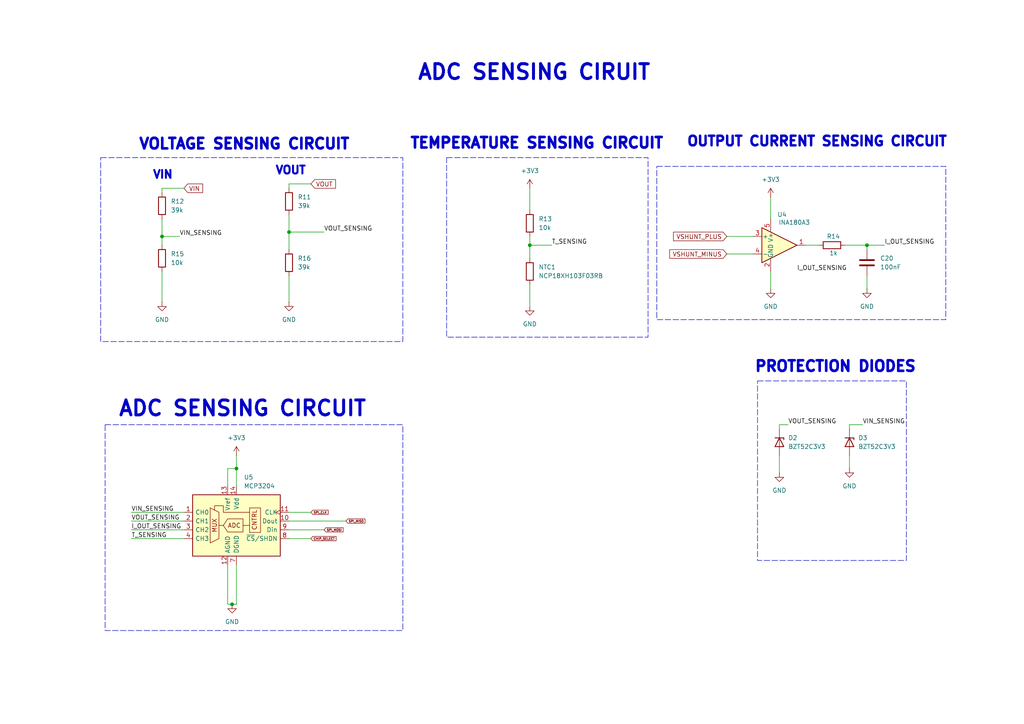
<source format=kicad_sch>
(kicad_sch (version 20250114) (generator "eeschema") (generator_version "9.0")
  (paper "A4")
  (title_block (title "ADC SENSING CIRCUIT"))
  (lib_symbols
    (symbol "Amplifier_Current:INA180A3" (pin_names (offset 0.127))
      (property "Reference" "U" (at 3.81 3.81 0))
      (property "Value" "INA180A3" (at 3.81 -2.54 0))
      (symbol "INA180A3_0_1"
        (polyline (pts (xy 5.08 0) (xy -5.08 5.08) (xy -5.08 -5.08) (xy 5.08 0)) (stroke (width 0.254)) (fill (type background)))
      )
      (symbol "INA180A3_1_1"
        (pin input line (at -7.62 2.54 0) (length 2.54) (name "+") (number "3"))
        (pin input line (at -7.62 -2.54 0) (length 2.54) (name "-") (number "4"))
        (pin power_in line (at -2.54 7.62 270) (length 3.81) (name "V+") (number "5"))
        (pin power_in line (at -2.54 -7.62 90) (length 3.81) (name "GND") (number "2"))
        (pin output line (at 7.62 0 180) (length 2.54) (name "~") (number "1"))
      )
    )
    (symbol "Analog_ADC:MCP3204" (pin_names (offset 0.762))
      (property "Reference" "U" (at -5.08 10.795 0))
      (property "Value" "MCP3204" (at -5.08 8.89 0))
      (symbol "MCP3204_0_0"
        (text "MUX" (at -6.35 -1.27 900) (effects (font (size 1.27 1.27))))
        (text "ADC" (at -0.635 -1.27 0) (effects (font (size 1.27 1.27))))
        (text "CNTRL" (at 5.969 -2.667 900) (effects (font (size 1.27 1.27)) (justify left bottom)))
      )
      (symbol "MCP3204_0_1"
        (polyline (pts (xy -7.62 3.81) (xy -7.62 -6.35) (xy -5.08 -5.08) (xy -5.08 2.54) (xy -7.62 3.81)))
        (polyline (pts (xy -5.08 -1.27) (xy -3.81 -1.27)))
        (polyline (pts (xy -3.81 -1.27) (xy -2.54 0.635) (xy 1.905 0.635) (xy 1.905 -3.175) (xy -2.54 -3.175) (xy -3.81 -1.27)))
        (polyline (pts (xy 1.905 -1.27) (xy 3.81 -1.27)))
        (polyline (pts (xy 3.81 2.54) (xy -3.81 2.54) (xy -3.81 4.445) (xy -6.35 4.445) (xy -6.35 3.175)))
        (rectangle (start 3.81 -3.302) (end 6.985 3.81))
        (rectangle (start 12.7 7.62) (end -12.7 -10.16) (stroke (width 0.254)) (fill (type background)))
      )
      (symbol "MCP3204_1_1"
        (pin input line (at -15.24 2.54 0) (length 2.54) (name "CH0") (number "1"))
        (pin input line (at -15.24 0 0) (length 2.54) (name "CH1") (number "2"))
        (pin input line (at -15.24 -2.54 0) (length 2.54) (name "CH2") (number "3"))
        (pin input line (at -15.24 -5.08 0) (length 2.54) (name "CH3") (number "4"))
        (pin no_connect line (at -10.16 -10.16 90) (length 2.54) (hide yes) (name "NC") (number "5"))
        (pin no_connect line (at -7.62 -10.16 90) (length 2.54) (hide yes) (name "NC") (number "6"))
        (pin power_in line (at -2.54 10.16 270) (length 2.54) (name "Vref") (number "13"))
        (pin power_in line (at -2.54 -12.7 90) (length 2.54) (name "AGND") (number "12"))
        (pin power_in line (at 0 10.16 270) (length 2.54) (name "Vdd") (number "14"))
        (pin power_in line (at 0 -12.7 90) (length 2.54) (name "DGND") (number "7"))
        (pin input clock (at 15.24 2.54 180) (length 2.54) (name "CLK") (number "11"))
        (pin output line (at 15.24 0 180) (length 2.54) (name "Dout") (number "10"))
        (pin input line (at 15.24 -2.54 180) (length 2.54) (name "Din") (number "9"))
        (pin input line (at 15.24 -5.08 180) (length 2.54) (name "~{CS}/SHDN") (number "8"))
      )
    )
    (symbol "Device:C" (pin_numbers (hide yes)) (pin_names (offset 0.254))
      (property "Reference" "C" (at 0.635 2.54 0))
      (property "Value" "C" (at 0.635 -2.54 0))
      (symbol "C_0_1"
        (polyline (pts (xy -2.032 0.762) (xy 2.032 0.762)) (stroke (width 0.508)))
        (polyline (pts (xy -2.032 -0.762) (xy 2.032 -0.762)) (stroke (width 0.508)))
      )
      (symbol "C_1_1"
        (pin passive line (at 0 3.81 270) (length 2.794) (name "~") (number "1"))
        (pin passive line (at 0 -3.81 90) (length 2.794) (name "~") (number "2"))
      )
    )
    (symbol "Device:R" (pin_numbers (hide yes)) (pin_names (offset 0))
      (property "Reference" "R" (at 2.032 0 90))
      (property "Value" "R" (at 0 0 90))
      (symbol "R_0_1"
        (rectangle (start -1.016 -2.54) (end 1.016 2.54) (stroke (width 0.254)))
      )
      (symbol "R_1_1"
        (pin passive line (at 0 3.81 270) (length 1.27) (name "~") (number "1"))
        (pin passive line (at 0 -3.81 90) (length 1.27) (name "~") (number "2"))
      )
    )
    (symbol "Diode:BZT52Bxx" (pin_numbers (hide yes)) (pin_names (hide yes))
      (property "Reference" "D" (at 0 2.54 0))
      (property "Value" "BZT52Bxx" (at 0 -2.54 0))
      (symbol "BZT52Bxx_0_1"
        (polyline (pts (xy -1.27 -1.27) (xy -1.27 1.27) (xy -0.762 1.27)) (stroke (width 0.254)))
        (polyline (pts (xy 1.27 0) (xy -1.27 0)))
        (polyline (pts (xy 1.27 -1.27) (xy 1.27 1.27) (xy -1.27 0) (xy 1.27 -1.27)) (stroke (width 0.254)))
      )
      (symbol "BZT52Bxx_1_1"
        (pin passive line (at -3.81 0 0) (length 2.54) (name "K") (number "1"))
        (pin passive line (at 3.81 0 180) (length 2.54) (name "A") (number "2"))
      )
    )
    (symbol "power:+3V3" (power) (pin_numbers (hide yes)) (pin_names (offset 0) (hide yes))
      (property "Value" "+3V3" (at 0 3.556 0))
      (symbol "+3V3_0_1"
        (polyline (pts (xy -0.762 1.27) (xy 0 2.54)))
        (polyline (pts (xy 0 2.54) (xy 0.762 1.27)))
        (polyline (pts (xy 0 0) (xy 0 2.54)))
      )
      (symbol "+3V3_1_1"
        (pin power_in line (at 0 0 90) (length 0) (name "~") (number "1"))
      )
    )
    (symbol "power:GND" (power) (pin_numbers (hide yes)) (pin_names (offset 0) (hide yes))
      (property "Value" "GND" (at 0 -3.81 0))
      (symbol "GND_0_1"
        (polyline (pts (xy 0 0) (xy 0 -1.27) (xy 1.27 -1.27) (xy 0 -2.54) (xy -1.27 -1.27) (xy 0 -1.27)))
      )
      (symbol "GND_1_1"
        (pin power_in line (at 0 0 270) (length 0) (name "~") (number "1"))
      )
    )
  )
  (rectangle (start 30.48 123.19) (end 116.84 182.88) (stroke (width 0) (type dash)))
  (rectangle (start 219.71 110.49) (end 262.89 162.56) (stroke (width 0) (type dash)))
  (rectangle (start 190.5 48.26) (end 274.32 92.71) (stroke (width 0) (type dash)))
  (rectangle (start 129.54 45.72) (end 187.96 97.79) (stroke (width 0) (type dash)))
  (rectangle (start 29.21 45.72) (end 116.84 99.06) (stroke (width 0) (type dash)))
  (text "ADC SENSING CIRCUIT\n" (at 70.358 118.618 0) (effects (font (size 4.318 4.318) (thickness 0.8636) (bold yes))))
  (text "VOLTAGE SENSING CIRCUIT\n" (at 70.866 41.91 0) (effects (font (size 3.048 3.048) (thickness 0.8636) (bold yes))))
  (text "VIN" (at 47.244 50.8 0) (effects (font (size 2.286 2.286) (thickness 0.8636) (bold yes))))
  (text "TEMPERATURE SENSING CIRCUIT\n" (at 155.702 41.656 0) (effects (font (size 3.048 3.048) (thickness 0.8636) (bold yes))))
  (text "PROTECTION DIODES\n" (at 242.316 106.426 0) (effects (font (size 3.048 3.048) (thickness 0.8636) (bold yes))))
  (text "VOUT\n" (at 84.328 49.53 0) (effects (font (size 2.286 2.286) (thickness 0.8636) (bold yes))))
  (text "OUTPUT CURRENT SENSING CIRCUIT\n" (at 236.982 41.148 0) (effects (font (size 2.794 2.794) (thickness 0.8636) (bold yes))))
  (text "ADC SENSING CIRUIT\n" (at 154.94 21.082 0) (effects (font (size 4.318 4.318) (thickness 0.8636) (bold yes))))
  (junction (at 67.31 175.26))
  (junction (at 83.82 67.31))
  (junction (at 251.46 71.12))
  (junction (at 46.99 68.58))
  (junction (at 153.67 71.12))
  (junction (at 68.58 135.89))
  (wire (pts (xy 210.82 68.58) (xy 218.44 68.58)))
  (wire (pts (xy 66.04 175.26) (xy 67.31 175.26)))
  (wire (pts (xy 83.82 156.21) (xy 90.17 156.21)))
  (wire (pts (xy 38.1 153.67) (xy 53.34 153.67)))
  (wire (pts (xy 46.99 54.61) (xy 53.34 54.61)))
  (wire (pts (xy 83.82 62.23) (xy 83.82 67.31)))
  (wire (pts (xy 153.67 54.61) (xy 153.67 60.96)))
  (wire (pts (xy 233.68 71.12) (xy 237.49 71.12)))
  (wire (pts (xy 226.06 123.19) (xy 228.6 123.19)))
  (wire (pts (xy 245.11 71.12) (xy 251.46 71.12)))
  (wire (pts (xy 83.82 67.31) (xy 83.82 72.39)))
  (wire (pts (xy 210.82 73.66) (xy 218.44 73.66)))
  (wire (pts (xy 251.46 80.01) (xy 251.46 83.82)))
  (wire (pts (xy 153.67 82.55) (xy 153.67 88.9)))
  (wire (pts (xy 38.1 151.13) (xy 53.34 151.13)))
  (wire (pts (xy 153.67 71.12) (xy 160.02 71.12)))
  (wire (pts (xy 246.38 123.19) (xy 246.38 124.46)))
  (wire (pts (xy 246.38 123.19) (xy 250.19 123.19)))
  (wire (pts (xy 153.67 68.58) (xy 153.67 71.12)))
  (wire (pts (xy 68.58 135.89) (xy 68.58 140.97)))
  (wire (pts (xy 46.99 68.58) (xy 46.99 71.12)))
  (wire (pts (xy 246.38 132.08) (xy 246.38 135.89)))
  (wire (pts (xy 67.31 175.26) (xy 68.58 175.26)))
  (wire (pts (xy 251.46 71.12) (xy 256.54 71.12)))
  (wire (pts (xy 46.99 68.58) (xy 52.07 68.58)))
  (wire (pts (xy 68.58 132.08) (xy 68.58 135.89)))
  (wire (pts (xy 83.82 67.31) (xy 93.98 67.31)))
  (wire (pts (xy 83.82 53.34) (xy 90.17 53.34)))
  (wire (pts (xy 66.04 163.83) (xy 66.04 175.26)))
  (wire (pts (xy 223.52 57.15) (xy 223.52 63.5)))
  (wire (pts (xy 66.04 140.97) (xy 66.04 135.89)))
  (wire (pts (xy 251.46 71.12) (xy 251.46 72.39)))
  (wire (pts (xy 66.04 135.89) (xy 68.58 135.89)))
  (wire (pts (xy 68.58 163.83) (xy 68.58 175.26)))
  (wire (pts (xy 38.1 156.21) (xy 53.34 156.21)))
  (wire (pts (xy 46.99 63.5) (xy 46.99 68.58)))
  (wire (pts (xy 38.1 148.59) (xy 53.34 148.59)))
  (wire (pts (xy 226.06 132.08) (xy 226.06 137.16)))
  (wire (pts (xy 83.82 153.67) (xy 93.98 153.67)))
  (wire (pts (xy 153.67 71.12) (xy 153.67 74.93)))
  (wire (pts (xy 46.99 78.74) (xy 46.99 87.63)))
  (wire (pts (xy 83.82 151.13) (xy 100.33 151.13)))
  (wire (pts (xy 83.82 53.34) (xy 83.82 54.61)))
  (wire (pts (xy 83.82 80.01) (xy 83.82 87.63)))
  (wire (pts (xy 83.82 148.59) (xy 90.17 148.59)))
  (wire (pts (xy 223.52 78.74) (xy 223.52 83.82)))
  (wire (pts (xy 46.99 54.61) (xy 46.99 55.88)))
  (wire (pts (xy 226.06 123.19) (xy 226.06 124.46)))
  (label "VOUT_SENSING" (at 38.1 151.13 0))
  (label "VOUT_SENSING" (at 228.6 123.19 0))
  (label "T_SENSING" (at 38.1 156.21 0))
  (label "VIN_SENSING" (at 38.1 148.59 0))
  (label "I_OUT_SENSING" (at 256.54 71.12 0))
  (label "VIN_SENSING" (at 52.07 68.58 0))
  (label "VIN_SENSING" (at 250.19 123.19 0))
  (label "I_OUT_SENSING" (at 38.1 153.67 0))
  (label "I_OUT_SENSING" (at 231.14 78.74 0))
  (label "VOUT_SENSING" (at 93.98 67.31 0))
  (label "T_SENSING" (at 160.02 71.12 0))
  (global_label "VOUT" (shape input) (at 90.17 53.34 0) (property "Intersheetrefs" "${INTERSHEET_REFS}" (effects (hide yes))))
  (global_label "VSHUNT_MINUS" (shape input) (at 210.82 73.66 180) (property "Intersheetrefs" "${INTERSHEET_REFS}" (effects (hide yes))))
  (global_label "VIN" (shape input) (at 53.34 54.61 0) (property "Intersheetrefs" "${INTERSHEET_REFS}" (effects (hide yes))))
  (global_label "SPI_CLK" (shape input) (at 90.17 148.59 0) (effects (font (size 0.635 0.635))) (property "Intersheetrefs" "${INTERSHEET_REFS}" (effects (hide yes))))
  (global_label "SPI_MOSI" (shape input) (at 93.98 153.67 0) (effects (font (size 0.635 0.635))) (property "Intersheetrefs" "${INTERSHEET_REFS}" (effects (hide yes))))
  (global_label "VSHUNT_PLUS" (shape input) (at 210.82 68.58 180) (property "Intersheetrefs" "${INTERSHEET_REFS}" (effects (hide yes))))
  (global_label "CHIP_SELECT" (shape input) (at 90.17 156.21 0) (effects (font (size 0.635 0.635))) (property "Intersheetrefs" "${INTERSHEET_REFS}" (effects (hide yes))))
  (global_label "SPI_MISO" (shape input) (at 100.33 151.13 0) (effects (font (size 0.635 0.635))) (property "Intersheetrefs" "${INTERSHEET_REFS}" (effects (hide yes))))
  (symbol (lib_id "Diode:BZT52Bxx") (at 246.38 128.27 270) (unit 1)
    (property "Reference" "D3" (at 248.92 126.9999 90) (effects (justify left)))
    (property "Value" "BZT52C3V3" (at 248.92 129.5399 90) (effects (justify left)))
    (property "Footprint" "Diode_SMD:D_SOD-123F" (effects (hide yes)))
    (property "Datasheet" "https://diotec.com/tl_files/diotec/files/pdf/datasheets/bzt52b2v4.pdf" (effects (hide yes)))
    (property "Description" "500mW Zener Diode, SOD-123F" (effects (hide yes)))
    (property "Distributor Link" "https://www.digikey.es/es/products/detail/diotec-semiconductor/BZT52C3V3/13157359" (effects (hide yes)))
  )
  (symbol (lib_id "Amplifier_Current:INA180A3") (at 226.06 71.12 0) (unit 1)
    (property "Reference" "U4" (at 226.822 62.23 0))
    (property "Value" "INA180A3" (at 230.378 64.516 0))
    (property "Footprint" "Package_TO_SOT_SMD:SOT-23-5" (effects (hide yes)))
    (property "Datasheet" "http://www.ti.com/lit/ds/symlink/ina180.pdf" (effects (hide yes)))
    (property "Description" "Current Sense Amplifier, 1 Circuit, Rail-to-Rail, 26V, Gain 100 V/V, SOT-23-5" (effects (hide yes)))
    (property "Distributor Link" "https://www.digikey.es/es/products/detail/texas-instruments/INA180A3IDBVR/8132988" (effects (hide yes)))
  )
  (symbol (lib_id "Device:R") (at 46.99 74.93 0) (unit 1)
    (property "Reference" "R15" (at 49.53 73.6599 0) (effects (justify left)))
    (property "Value" "10k" (at 49.53 76.1999 0) (effects (justify left)))
    (property "Footprint" "Resistor_SMD:R_0603_1608Metric_Pad0.98x0.95mm_HandSolder" (effects (hide yes)))
    (property "Description" "Resistor" (effects (hide yes)))
    (property "Distributor Link" "https://www.digikey.es/es/products/detail/yageo/RC0603FR-0710KL/726880" (effects (hide yes)))
  )
  (symbol (lib_id "Device:R") (at 83.82 58.42 0) (unit 1)
    (property "Reference" "R11" (at 86.36 57.1499 0) (effects (justify left)))
    (property "Value" "39k" (at 86.36 59.6899 0) (effects (justify left)))
    (property "Footprint" "Resistor_SMD:R_0805_2012Metric_Pad1.20x1.40mm_HandSolder" (effects (hide yes)))
    (property "Description" "Resistor" (effects (hide yes)))
    (property "Distributor Link" "https://www.digikey.es/es/products/detail/te-connectivity-passive-product/CRG0805F39K/2380898" (effects (hide yes)))
  )
  (symbol (lib_id "power:+3V3") (at 223.52 57.15 0) (unit 1)
    (property "Reference" "#PWR040" (effects (hide yes)))
    (property "Value" "+3V3" (at 223.52 52.07 0))
    (property "Description" "Power symbol creates a global label with name \"+3V3\"" (effects (hide yes)))
  )
  (symbol (lib_id "power:GND") (at 223.52 83.82 0) (unit 1)
    (property "Reference" "#PWR041" (effects (hide yes)))
    (property "Value" "GND" (at 223.52 88.9 0))
    (property "Description" "Power symbol creates a global label with name \"GND\" , ground" (effects (hide yes)))
  )
  (symbol (lib_id "Diode:BZT52Bxx") (at 226.06 128.27 270) (unit 1)
    (property "Reference" "D2" (at 228.6 126.9999 90) (effects (justify left)))
    (property "Value" "BZT52C3V3" (at 228.6 129.5399 90) (effects (justify left)))
    (property "Footprint" "Diode_SMD:D_SOD-123F" (effects (hide yes)))
    (property "Datasheet" "https://diotec.com/tl_files/diotec/files/pdf/datasheets/bzt52b2v4.pdf" (effects (hide yes)))
    (property "Description" "500mW Zener Diode, SOD-123F" (effects (hide yes)))
    (property "Distributor Link" "https://www.digikey.es/es/products/detail/diotec-semiconductor/BZT52C3V3/13157359" (effects (hide yes)))
  )
  (symbol (lib_id "Device:R") (at 46.99 59.69 0) (unit 1)
    (property "Reference" "R12" (at 49.53 58.4199 0) (effects (justify left)))
    (property "Value" "39k" (at 49.53 60.9599 0) (effects (justify left)))
    (property "Footprint" "Resistor_SMD:R_0805_2012Metric_Pad1.20x1.40mm_HandSolder" (effects (hide yes)))
    (property "Description" "Resistor" (effects (hide yes)))
    (property "Distributor Link" "https://www.digikey.es/es/products/detail/te-connectivity-passive-product/CRG0805F39K/2380898" (effects (hide yes)))
  )
  (symbol (lib_id "Analog_ADC:MCP3204") (at 68.58 151.13 0) (unit 1)
    (property "Reference" "U5" (at 70.7233 138.43 0) (effects (justify left)))
    (property "Value" "MCP3204" (at 70.7233 140.97 0) (effects (justify left)))
    (property "Footprint" "Package_SO:SOIC-14_3.9x8.7mm_P1.27mm" (effects (hide yes)))
    (property "Datasheet" "http://ww1.microchip.com/downloads/en/DeviceDoc/21298c.pdf" (effects (hide yes)))
    (property "Description" "A/D Converter, 12-Bit, 4-Channel, SPI Interface, 2.7V-5.5V" (effects (hide yes)))
    (property "Distributor Link" "https://www.digikey.es/es/products/detail/microchip-technology/MCP3204T-CI-SL/319441" (effects (hide yes)))
  )
  (symbol (lib_id "power:GND") (at 83.82 87.63 0) (unit 1)
    (property "Reference" "#PWR044" (effects (hide yes)))
    (property "Value" "GND" (at 83.82 92.71 0))
    (property "Description" "Power symbol creates a global label with name \"GND\" , ground" (effects (hide yes)))
  )
  (symbol (lib_id "power:GND") (at 246.38 135.89 0) (unit 1)
    (property "Reference" "#PWR049" (effects (hide yes)))
    (property "Value" "GND" (at 246.38 140.97 0))
    (property "Description" "Power symbol creates a global label with name \"GND\" , ground" (effects (hide yes)))
  )
  (symbol (lib_id "power:GND") (at 46.99 87.63 0) (unit 1)
    (property "Reference" "#PWR043" (effects (hide yes)))
    (property "Value" "GND" (at 46.99 92.71 0))
    (property "Description" "Power symbol creates a global label with name \"GND\" , ground" (effects (hide yes)))
  )
  (symbol (lib_id "Device:R") (at 153.67 78.74 0) (unit 1)
    (property "Reference" "NTC1" (at 156.21 77.4699 0) (effects (justify left)))
    (property "Value" "NCP18XH103F03RB" (at 156.21 80.0099 0) (effects (justify left)))
    (property "Footprint" "Resistor_SMD:R_0603_1608Metric_Pad0.98x0.95mm_HandSolder" (effects (hide yes)))
    (property "Description" "Resistor" (effects (hide yes)))
    (property "Distributor Link" "https://www.digikey.es/es/products/detail/murata-electronics/NCP18XH103F03RB/1644665?s=N4IgTCBcDaIHIGEAKBGAHADQBIoAwGYAxAgJQCEQBdAXyA" (effects (hide yes)))
  )
  (symbol (lib_id "power:+3V3") (at 68.58 132.08 0) (unit 1)
    (property "Reference" "#PWR048" (effects (hide yes)))
    (property "Value" "+3V3" (at 68.58 127 0))
    (property "Description" "Power symbol creates a global label with name \"+3V3\"" (effects (hide yes)))
  )
  (symbol (lib_id "power:GND") (at 67.31 175.26 0) (unit 1)
    (property "Reference" "#PWR051" (effects (hide yes)))
    (property "Value" "GND" (at 67.31 180.34 0))
    (property "Description" "Power symbol creates a global label with name \"GND\" , ground" (effects (hide yes)))
  )
  (symbol (lib_id "Device:R") (at 153.67 64.77 0) (unit 1)
    (property "Reference" "R13" (at 156.21 63.4999 0) (effects (justify left)))
    (property "Value" "10k" (at 156.21 66.0399 0) (effects (justify left)))
    (property "Footprint" "Resistor_SMD:R_0603_1608Metric_Pad0.98x0.95mm_HandSolder" (effects (hide yes)))
    (property "Description" "Resistor" (effects (hide yes)))
    (property "Distributor Link" "https://www.digikey.es/es/products/detail/yageo/RC0603FR-0710KL/726880" (effects (hide yes)))
  )
  (symbol (lib_id "Device:R") (at 241.3 71.12 90) (unit 1)
    (property "Reference" "R14" (at 239.776 68.58 90) (effects (justify right)))
    (property "Value" "1k" (at 240.538 73.406 90) (effects (justify right)))
    (property "Footprint" "Resistor_SMD:R_0603_1608Metric_Pad0.98x0.95mm_HandSolder" (effects (hide yes)))
    (property "Description" "Resistor" (effects (hide yes)))
    (property "Distributor Link" "https://www.digikey.es/es/products/detail/stackpole-electronics-inc/RMCF0603FT1K00/1761077" (effects (hide yes)))
  )
  (symbol (lib_id "Device:C") (at 251.46 76.2 0) (unit 1)
    (property "Reference" "C20" (at 255.27 74.9299 0) (effects (justify left)))
    (property "Value" "100nF" (at 255.27 77.4699 0) (effects (justify left)))
    (property "Footprint" "Capacitor_SMD:C_0603_1608Metric_Pad1.08x0.95mm_HandSolder" (effects (hide yes)))
    (property "Description" "Unpolarized capacitor" (effects (hide yes)))
    (property "Distributor Link" "https://www.digikey.es/es/products/detail/kemet/C0603C104K5RACTU/1465594" (effects (hide yes)))
  )
  (symbol (lib_id "power:+3V3") (at 153.67 54.61 0) (unit 1)
    (property "Reference" "#PWR039" (effects (hide yes)))
    (property "Value" "+3V3" (at 153.67 49.53 0))
    (property "Description" "Power symbol creates a global label with name \"+3V3\"" (effects (hide yes)))
  )
  (symbol (lib_id "Device:R") (at 83.82 76.2 0) (unit 1)
    (property "Reference" "R16" (at 86.36 74.9299 0) (effects (justify left)))
    (property "Value" "39k" (at 86.36 77.4699 0) (effects (justify left)))
    (property "Footprint" "Resistor_SMD:R_0805_2012Metric_Pad1.20x1.40mm_HandSolder" (effects (hide yes)))
    (property "Description" "Resistor" (effects (hide yes)))
    (property "Distributor Link" "https://www.digikey.es/es/products/detail/te-connectivity-passive-product/CRG0805F39K/2380898" (effects (hide yes)))
  )
  (symbol (lib_id "power:GND") (at 251.46 83.82 0) (unit 1)
    (property "Reference" "#PWR042" (effects (hide yes)))
    (property "Value" "GND" (at 251.46 88.9 0))
    (property "Description" "Power symbol creates a global label with name \"GND\" , ground" (effects (hide yes)))
  )
  (symbol (lib_id "power:GND") (at 153.67 88.9 0) (unit 1)
    (property "Reference" "#PWR045" (effects (hide yes)))
    (property "Value" "GND" (at 153.67 93.98 0))
    (property "Description" "Power symbol creates a global label with name \"GND\" , ground" (effects (hide yes)))
  )
  (symbol (lib_id "power:GND") (at 226.06 137.16 0) (unit 1)
    (property "Reference" "#PWR050" (effects (hide yes)))
    (property "Value" "GND" (at 226.06 142.24 0))
    (property "Description" "Power symbol creates a global label with name \"GND\" , ground" (effects (hide yes)))
  )
)
</source>
